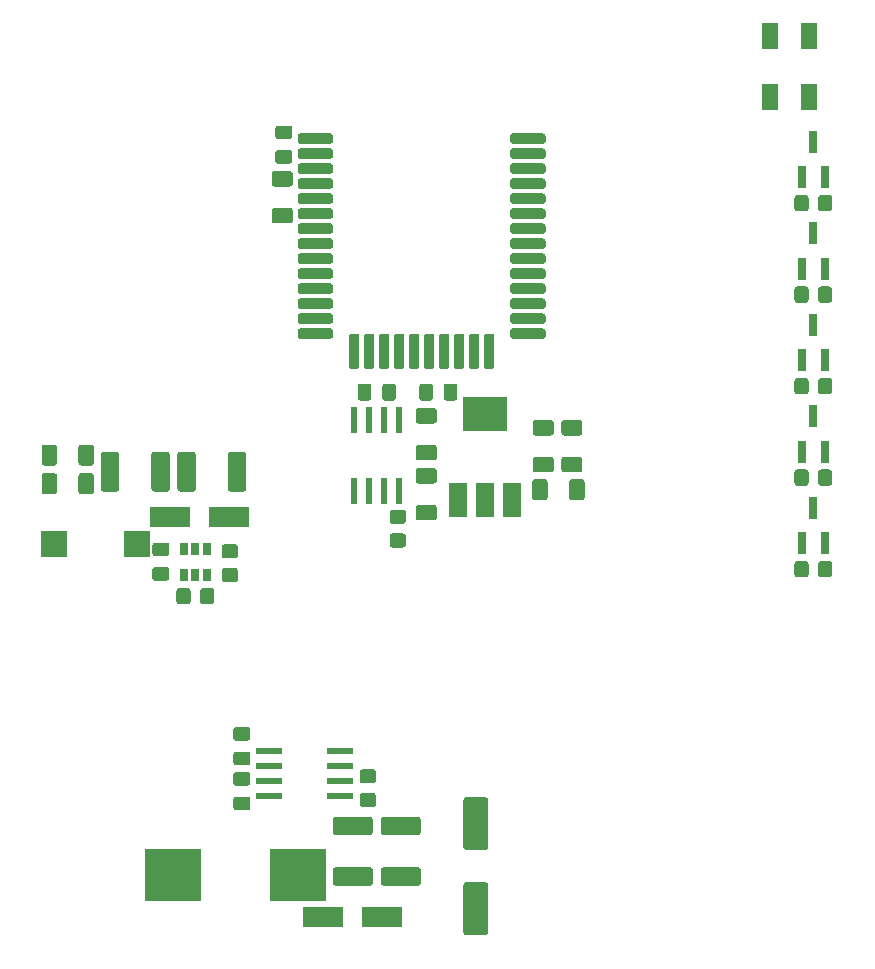
<source format=gbr>
%TF.GenerationSoftware,KiCad,Pcbnew,(5.1.8)-1*%
%TF.CreationDate,2021-03-17T21:52:08+01:00*%
%TF.ProjectId,sensactOutdoor,73656e73-6163-4744-9f75-74646f6f722e,rev?*%
%TF.SameCoordinates,Original*%
%TF.FileFunction,Paste,Top*%
%TF.FilePolarity,Positive*%
%FSLAX46Y46*%
G04 Gerber Fmt 4.6, Leading zero omitted, Abs format (unit mm)*
G04 Created by KiCad (PCBNEW (5.1.8)-1) date 2021-03-17 21:52:08*
%MOMM*%
%LPD*%
G01*
G04 APERTURE LIST*
%ADD10R,1.400000X2.200000*%
%ADD11R,4.800000X4.500000*%
%ADD12R,2.200000X0.600000*%
%ADD13R,0.800000X1.900000*%
%ADD14R,1.500000X3.000000*%
%ADD15R,3.800000X3.000000*%
%ADD16R,3.500000X1.800000*%
%ADD17R,0.600000X2.200000*%
%ADD18R,0.650000X1.060000*%
%ADD19R,2.200000X2.200000*%
G04 APERTURE END LIST*
D10*
%TO.C,D5*%
X87885000Y-24959000D03*
X91185000Y-24959000D03*
X91185000Y-30159000D03*
X87885000Y-30159000D03*
%TD*%
%TO.C,C21*%
G36*
G01*
X70877000Y-64023001D02*
X70877000Y-62722999D01*
G75*
G02*
X71126999Y-62473000I249999J0D01*
G01*
X71952001Y-62473000D01*
G75*
G02*
X72202000Y-62722999I0J-249999D01*
G01*
X72202000Y-64023001D01*
G75*
G02*
X71952001Y-64273000I-249999J0D01*
G01*
X71126999Y-64273000D01*
G75*
G02*
X70877000Y-64023001I0J249999D01*
G01*
G37*
G36*
G01*
X67752000Y-64023001D02*
X67752000Y-62722999D01*
G75*
G02*
X68001999Y-62473000I249999J0D01*
G01*
X68827001Y-62473000D01*
G75*
G02*
X69077000Y-62722999I0J-249999D01*
G01*
X69077000Y-64023001D01*
G75*
G02*
X68827001Y-64273000I-249999J0D01*
G01*
X68001999Y-64273000D01*
G75*
G02*
X67752000Y-64023001I0J249999D01*
G01*
G37*
%TD*%
%TO.C,C20*%
G36*
G01*
X69357001Y-58790000D02*
X68056999Y-58790000D01*
G75*
G02*
X67807000Y-58540001I0J249999D01*
G01*
X67807000Y-57714999D01*
G75*
G02*
X68056999Y-57465000I249999J0D01*
G01*
X69357001Y-57465000D01*
G75*
G02*
X69607000Y-57714999I0J-249999D01*
G01*
X69607000Y-58540001D01*
G75*
G02*
X69357001Y-58790000I-249999J0D01*
G01*
G37*
G36*
G01*
X69357001Y-61915000D02*
X68056999Y-61915000D01*
G75*
G02*
X67807000Y-61665001I0J249999D01*
G01*
X67807000Y-60839999D01*
G75*
G02*
X68056999Y-60590000I249999J0D01*
G01*
X69357001Y-60590000D01*
G75*
G02*
X69607000Y-60839999I0J-249999D01*
G01*
X69607000Y-61665001D01*
G75*
G02*
X69357001Y-61915000I-249999J0D01*
G01*
G37*
%TD*%
D11*
%TO.C,L2*%
X47972000Y-96012000D03*
X37372000Y-96012000D03*
%TD*%
D12*
%TO.C,U2*%
X45514000Y-89281000D03*
X45514000Y-88011000D03*
X45514000Y-86741000D03*
X45514000Y-85471000D03*
X51514000Y-85471000D03*
X51514000Y-86741000D03*
X51514000Y-88011000D03*
X51514000Y-89281000D03*
%TD*%
%TO.C,C18*%
G36*
G01*
X55060000Y-55593000D02*
X55060000Y-54643000D01*
G75*
G02*
X55310000Y-54393000I250000J0D01*
G01*
X55985000Y-54393000D01*
G75*
G02*
X56235000Y-54643000I0J-250000D01*
G01*
X56235000Y-55593000D01*
G75*
G02*
X55985000Y-55843000I-250000J0D01*
G01*
X55310000Y-55843000D01*
G75*
G02*
X55060000Y-55593000I0J250000D01*
G01*
G37*
G36*
G01*
X52985000Y-55593000D02*
X52985000Y-54643000D01*
G75*
G02*
X53235000Y-54393000I250000J0D01*
G01*
X53910000Y-54393000D01*
G75*
G02*
X54160000Y-54643000I0J-250000D01*
G01*
X54160000Y-55593000D01*
G75*
G02*
X53910000Y-55843000I-250000J0D01*
G01*
X53235000Y-55843000D01*
G75*
G02*
X52985000Y-55593000I0J250000D01*
G01*
G37*
%TD*%
%TO.C,U1*%
G36*
G01*
X68904000Y-33423000D02*
X68904000Y-33873000D01*
G75*
G02*
X68679000Y-34098000I-225000J0D01*
G01*
X66129000Y-34098000D01*
G75*
G02*
X65904000Y-33873000I0J225000D01*
G01*
X65904000Y-33423000D01*
G75*
G02*
X66129000Y-33198000I225000J0D01*
G01*
X68679000Y-33198000D01*
G75*
G02*
X68904000Y-33423000I0J-225000D01*
G01*
G37*
G36*
G01*
X68904000Y-34693000D02*
X68904000Y-35143000D01*
G75*
G02*
X68679000Y-35368000I-225000J0D01*
G01*
X66129000Y-35368000D01*
G75*
G02*
X65904000Y-35143000I0J225000D01*
G01*
X65904000Y-34693000D01*
G75*
G02*
X66129000Y-34468000I225000J0D01*
G01*
X68679000Y-34468000D01*
G75*
G02*
X68904000Y-34693000I0J-225000D01*
G01*
G37*
G36*
G01*
X68904000Y-35963000D02*
X68904000Y-36413000D01*
G75*
G02*
X68679000Y-36638000I-225000J0D01*
G01*
X66129000Y-36638000D01*
G75*
G02*
X65904000Y-36413000I0J225000D01*
G01*
X65904000Y-35963000D01*
G75*
G02*
X66129000Y-35738000I225000J0D01*
G01*
X68679000Y-35738000D01*
G75*
G02*
X68904000Y-35963000I0J-225000D01*
G01*
G37*
G36*
G01*
X68904000Y-37233000D02*
X68904000Y-37683000D01*
G75*
G02*
X68679000Y-37908000I-225000J0D01*
G01*
X66129000Y-37908000D01*
G75*
G02*
X65904000Y-37683000I0J225000D01*
G01*
X65904000Y-37233000D01*
G75*
G02*
X66129000Y-37008000I225000J0D01*
G01*
X68679000Y-37008000D01*
G75*
G02*
X68904000Y-37233000I0J-225000D01*
G01*
G37*
G36*
G01*
X68904000Y-38503000D02*
X68904000Y-38953000D01*
G75*
G02*
X68679000Y-39178000I-225000J0D01*
G01*
X66129000Y-39178000D01*
G75*
G02*
X65904000Y-38953000I0J225000D01*
G01*
X65904000Y-38503000D01*
G75*
G02*
X66129000Y-38278000I225000J0D01*
G01*
X68679000Y-38278000D01*
G75*
G02*
X68904000Y-38503000I0J-225000D01*
G01*
G37*
G36*
G01*
X68904000Y-39773000D02*
X68904000Y-40223000D01*
G75*
G02*
X68679000Y-40448000I-225000J0D01*
G01*
X66129000Y-40448000D01*
G75*
G02*
X65904000Y-40223000I0J225000D01*
G01*
X65904000Y-39773000D01*
G75*
G02*
X66129000Y-39548000I225000J0D01*
G01*
X68679000Y-39548000D01*
G75*
G02*
X68904000Y-39773000I0J-225000D01*
G01*
G37*
G36*
G01*
X68904000Y-41043000D02*
X68904000Y-41493000D01*
G75*
G02*
X68679000Y-41718000I-225000J0D01*
G01*
X66129000Y-41718000D01*
G75*
G02*
X65904000Y-41493000I0J225000D01*
G01*
X65904000Y-41043000D01*
G75*
G02*
X66129000Y-40818000I225000J0D01*
G01*
X68679000Y-40818000D01*
G75*
G02*
X68904000Y-41043000I0J-225000D01*
G01*
G37*
G36*
G01*
X68904000Y-42313000D02*
X68904000Y-42763000D01*
G75*
G02*
X68679000Y-42988000I-225000J0D01*
G01*
X66129000Y-42988000D01*
G75*
G02*
X65904000Y-42763000I0J225000D01*
G01*
X65904000Y-42313000D01*
G75*
G02*
X66129000Y-42088000I225000J0D01*
G01*
X68679000Y-42088000D01*
G75*
G02*
X68904000Y-42313000I0J-225000D01*
G01*
G37*
G36*
G01*
X68904000Y-43583000D02*
X68904000Y-44033000D01*
G75*
G02*
X68679000Y-44258000I-225000J0D01*
G01*
X66129000Y-44258000D01*
G75*
G02*
X65904000Y-44033000I0J225000D01*
G01*
X65904000Y-43583000D01*
G75*
G02*
X66129000Y-43358000I225000J0D01*
G01*
X68679000Y-43358000D01*
G75*
G02*
X68904000Y-43583000I0J-225000D01*
G01*
G37*
G36*
G01*
X68904000Y-44853000D02*
X68904000Y-45303000D01*
G75*
G02*
X68679000Y-45528000I-225000J0D01*
G01*
X66129000Y-45528000D01*
G75*
G02*
X65904000Y-45303000I0J225000D01*
G01*
X65904000Y-44853000D01*
G75*
G02*
X66129000Y-44628000I225000J0D01*
G01*
X68679000Y-44628000D01*
G75*
G02*
X68904000Y-44853000I0J-225000D01*
G01*
G37*
G36*
G01*
X68904000Y-46123000D02*
X68904000Y-46573000D01*
G75*
G02*
X68679000Y-46798000I-225000J0D01*
G01*
X66129000Y-46798000D01*
G75*
G02*
X65904000Y-46573000I0J225000D01*
G01*
X65904000Y-46123000D01*
G75*
G02*
X66129000Y-45898000I225000J0D01*
G01*
X68679000Y-45898000D01*
G75*
G02*
X68904000Y-46123000I0J-225000D01*
G01*
G37*
G36*
G01*
X68904000Y-47393000D02*
X68904000Y-47843000D01*
G75*
G02*
X68679000Y-48068000I-225000J0D01*
G01*
X66129000Y-48068000D01*
G75*
G02*
X65904000Y-47843000I0J225000D01*
G01*
X65904000Y-47393000D01*
G75*
G02*
X66129000Y-47168000I225000J0D01*
G01*
X68679000Y-47168000D01*
G75*
G02*
X68904000Y-47393000I0J-225000D01*
G01*
G37*
G36*
G01*
X68904000Y-48663000D02*
X68904000Y-49113000D01*
G75*
G02*
X68679000Y-49338000I-225000J0D01*
G01*
X66129000Y-49338000D01*
G75*
G02*
X65904000Y-49113000I0J225000D01*
G01*
X65904000Y-48663000D01*
G75*
G02*
X66129000Y-48438000I225000J0D01*
G01*
X68679000Y-48438000D01*
G75*
G02*
X68904000Y-48663000I0J-225000D01*
G01*
G37*
G36*
G01*
X68904000Y-49933000D02*
X68904000Y-50383000D01*
G75*
G02*
X68679000Y-50608000I-225000J0D01*
G01*
X66129000Y-50608000D01*
G75*
G02*
X65904000Y-50383000I0J225000D01*
G01*
X65904000Y-49933000D01*
G75*
G02*
X66129000Y-49708000I225000J0D01*
G01*
X68679000Y-49708000D01*
G75*
G02*
X68904000Y-49933000I0J-225000D01*
G01*
G37*
G36*
G01*
X64344000Y-53158000D02*
X63894000Y-53158000D01*
G75*
G02*
X63669000Y-52933000I0J225000D01*
G01*
X63669000Y-50383000D01*
G75*
G02*
X63894000Y-50158000I225000J0D01*
G01*
X64344000Y-50158000D01*
G75*
G02*
X64569000Y-50383000I0J-225000D01*
G01*
X64569000Y-52933000D01*
G75*
G02*
X64344000Y-53158000I-225000J0D01*
G01*
G37*
G36*
G01*
X63074000Y-53158000D02*
X62624000Y-53158000D01*
G75*
G02*
X62399000Y-52933000I0J225000D01*
G01*
X62399000Y-50383000D01*
G75*
G02*
X62624000Y-50158000I225000J0D01*
G01*
X63074000Y-50158000D01*
G75*
G02*
X63299000Y-50383000I0J-225000D01*
G01*
X63299000Y-52933000D01*
G75*
G02*
X63074000Y-53158000I-225000J0D01*
G01*
G37*
G36*
G01*
X61804000Y-53158000D02*
X61354000Y-53158000D01*
G75*
G02*
X61129000Y-52933000I0J225000D01*
G01*
X61129000Y-50383000D01*
G75*
G02*
X61354000Y-50158000I225000J0D01*
G01*
X61804000Y-50158000D01*
G75*
G02*
X62029000Y-50383000I0J-225000D01*
G01*
X62029000Y-52933000D01*
G75*
G02*
X61804000Y-53158000I-225000J0D01*
G01*
G37*
G36*
G01*
X60534000Y-53158000D02*
X60084000Y-53158000D01*
G75*
G02*
X59859000Y-52933000I0J225000D01*
G01*
X59859000Y-50383000D01*
G75*
G02*
X60084000Y-50158000I225000J0D01*
G01*
X60534000Y-50158000D01*
G75*
G02*
X60759000Y-50383000I0J-225000D01*
G01*
X60759000Y-52933000D01*
G75*
G02*
X60534000Y-53158000I-225000J0D01*
G01*
G37*
G36*
G01*
X59264000Y-53158000D02*
X58814000Y-53158000D01*
G75*
G02*
X58589000Y-52933000I0J225000D01*
G01*
X58589000Y-50383000D01*
G75*
G02*
X58814000Y-50158000I225000J0D01*
G01*
X59264000Y-50158000D01*
G75*
G02*
X59489000Y-50383000I0J-225000D01*
G01*
X59489000Y-52933000D01*
G75*
G02*
X59264000Y-53158000I-225000J0D01*
G01*
G37*
G36*
G01*
X57994000Y-53158000D02*
X57544000Y-53158000D01*
G75*
G02*
X57319000Y-52933000I0J225000D01*
G01*
X57319000Y-50383000D01*
G75*
G02*
X57544000Y-50158000I225000J0D01*
G01*
X57994000Y-50158000D01*
G75*
G02*
X58219000Y-50383000I0J-225000D01*
G01*
X58219000Y-52933000D01*
G75*
G02*
X57994000Y-53158000I-225000J0D01*
G01*
G37*
G36*
G01*
X56724000Y-53158000D02*
X56274000Y-53158000D01*
G75*
G02*
X56049000Y-52933000I0J225000D01*
G01*
X56049000Y-50383000D01*
G75*
G02*
X56274000Y-50158000I225000J0D01*
G01*
X56724000Y-50158000D01*
G75*
G02*
X56949000Y-50383000I0J-225000D01*
G01*
X56949000Y-52933000D01*
G75*
G02*
X56724000Y-53158000I-225000J0D01*
G01*
G37*
G36*
G01*
X55454000Y-53158000D02*
X55004000Y-53158000D01*
G75*
G02*
X54779000Y-52933000I0J225000D01*
G01*
X54779000Y-50383000D01*
G75*
G02*
X55004000Y-50158000I225000J0D01*
G01*
X55454000Y-50158000D01*
G75*
G02*
X55679000Y-50383000I0J-225000D01*
G01*
X55679000Y-52933000D01*
G75*
G02*
X55454000Y-53158000I-225000J0D01*
G01*
G37*
G36*
G01*
X54184000Y-53158000D02*
X53734000Y-53158000D01*
G75*
G02*
X53509000Y-52933000I0J225000D01*
G01*
X53509000Y-50383000D01*
G75*
G02*
X53734000Y-50158000I225000J0D01*
G01*
X54184000Y-50158000D01*
G75*
G02*
X54409000Y-50383000I0J-225000D01*
G01*
X54409000Y-52933000D01*
G75*
G02*
X54184000Y-53158000I-225000J0D01*
G01*
G37*
G36*
G01*
X52914000Y-53158000D02*
X52464000Y-53158000D01*
G75*
G02*
X52239000Y-52933000I0J225000D01*
G01*
X52239000Y-50383000D01*
G75*
G02*
X52464000Y-50158000I225000J0D01*
G01*
X52914000Y-50158000D01*
G75*
G02*
X53139000Y-50383000I0J-225000D01*
G01*
X53139000Y-52933000D01*
G75*
G02*
X52914000Y-53158000I-225000J0D01*
G01*
G37*
G36*
G01*
X47904000Y-50383000D02*
X47904000Y-49933000D01*
G75*
G02*
X48129000Y-49708000I225000J0D01*
G01*
X50679000Y-49708000D01*
G75*
G02*
X50904000Y-49933000I0J-225000D01*
G01*
X50904000Y-50383000D01*
G75*
G02*
X50679000Y-50608000I-225000J0D01*
G01*
X48129000Y-50608000D01*
G75*
G02*
X47904000Y-50383000I0J225000D01*
G01*
G37*
G36*
G01*
X47904000Y-49113000D02*
X47904000Y-48663000D01*
G75*
G02*
X48129000Y-48438000I225000J0D01*
G01*
X50679000Y-48438000D01*
G75*
G02*
X50904000Y-48663000I0J-225000D01*
G01*
X50904000Y-49113000D01*
G75*
G02*
X50679000Y-49338000I-225000J0D01*
G01*
X48129000Y-49338000D01*
G75*
G02*
X47904000Y-49113000I0J225000D01*
G01*
G37*
G36*
G01*
X47904000Y-47843000D02*
X47904000Y-47393000D01*
G75*
G02*
X48129000Y-47168000I225000J0D01*
G01*
X50679000Y-47168000D01*
G75*
G02*
X50904000Y-47393000I0J-225000D01*
G01*
X50904000Y-47843000D01*
G75*
G02*
X50679000Y-48068000I-225000J0D01*
G01*
X48129000Y-48068000D01*
G75*
G02*
X47904000Y-47843000I0J225000D01*
G01*
G37*
G36*
G01*
X47904000Y-46573000D02*
X47904000Y-46123000D01*
G75*
G02*
X48129000Y-45898000I225000J0D01*
G01*
X50679000Y-45898000D01*
G75*
G02*
X50904000Y-46123000I0J-225000D01*
G01*
X50904000Y-46573000D01*
G75*
G02*
X50679000Y-46798000I-225000J0D01*
G01*
X48129000Y-46798000D01*
G75*
G02*
X47904000Y-46573000I0J225000D01*
G01*
G37*
G36*
G01*
X47904000Y-45303000D02*
X47904000Y-44853000D01*
G75*
G02*
X48129000Y-44628000I225000J0D01*
G01*
X50679000Y-44628000D01*
G75*
G02*
X50904000Y-44853000I0J-225000D01*
G01*
X50904000Y-45303000D01*
G75*
G02*
X50679000Y-45528000I-225000J0D01*
G01*
X48129000Y-45528000D01*
G75*
G02*
X47904000Y-45303000I0J225000D01*
G01*
G37*
G36*
G01*
X47904000Y-44033000D02*
X47904000Y-43583000D01*
G75*
G02*
X48129000Y-43358000I225000J0D01*
G01*
X50679000Y-43358000D01*
G75*
G02*
X50904000Y-43583000I0J-225000D01*
G01*
X50904000Y-44033000D01*
G75*
G02*
X50679000Y-44258000I-225000J0D01*
G01*
X48129000Y-44258000D01*
G75*
G02*
X47904000Y-44033000I0J225000D01*
G01*
G37*
G36*
G01*
X47904000Y-42763000D02*
X47904000Y-42313000D01*
G75*
G02*
X48129000Y-42088000I225000J0D01*
G01*
X50679000Y-42088000D01*
G75*
G02*
X50904000Y-42313000I0J-225000D01*
G01*
X50904000Y-42763000D01*
G75*
G02*
X50679000Y-42988000I-225000J0D01*
G01*
X48129000Y-42988000D01*
G75*
G02*
X47904000Y-42763000I0J225000D01*
G01*
G37*
G36*
G01*
X47904000Y-41493000D02*
X47904000Y-41043000D01*
G75*
G02*
X48129000Y-40818000I225000J0D01*
G01*
X50679000Y-40818000D01*
G75*
G02*
X50904000Y-41043000I0J-225000D01*
G01*
X50904000Y-41493000D01*
G75*
G02*
X50679000Y-41718000I-225000J0D01*
G01*
X48129000Y-41718000D01*
G75*
G02*
X47904000Y-41493000I0J225000D01*
G01*
G37*
G36*
G01*
X47904000Y-40223000D02*
X47904000Y-39773000D01*
G75*
G02*
X48129000Y-39548000I225000J0D01*
G01*
X50679000Y-39548000D01*
G75*
G02*
X50904000Y-39773000I0J-225000D01*
G01*
X50904000Y-40223000D01*
G75*
G02*
X50679000Y-40448000I-225000J0D01*
G01*
X48129000Y-40448000D01*
G75*
G02*
X47904000Y-40223000I0J225000D01*
G01*
G37*
G36*
G01*
X47904000Y-38953000D02*
X47904000Y-38503000D01*
G75*
G02*
X48129000Y-38278000I225000J0D01*
G01*
X50679000Y-38278000D01*
G75*
G02*
X50904000Y-38503000I0J-225000D01*
G01*
X50904000Y-38953000D01*
G75*
G02*
X50679000Y-39178000I-225000J0D01*
G01*
X48129000Y-39178000D01*
G75*
G02*
X47904000Y-38953000I0J225000D01*
G01*
G37*
G36*
G01*
X47904000Y-37683000D02*
X47904000Y-37233000D01*
G75*
G02*
X48129000Y-37008000I225000J0D01*
G01*
X50679000Y-37008000D01*
G75*
G02*
X50904000Y-37233000I0J-225000D01*
G01*
X50904000Y-37683000D01*
G75*
G02*
X50679000Y-37908000I-225000J0D01*
G01*
X48129000Y-37908000D01*
G75*
G02*
X47904000Y-37683000I0J225000D01*
G01*
G37*
G36*
G01*
X47904000Y-36413000D02*
X47904000Y-35963000D01*
G75*
G02*
X48129000Y-35738000I225000J0D01*
G01*
X50679000Y-35738000D01*
G75*
G02*
X50904000Y-35963000I0J-225000D01*
G01*
X50904000Y-36413000D01*
G75*
G02*
X50679000Y-36638000I-225000J0D01*
G01*
X48129000Y-36638000D01*
G75*
G02*
X47904000Y-36413000I0J225000D01*
G01*
G37*
G36*
G01*
X47904000Y-35143000D02*
X47904000Y-34693000D01*
G75*
G02*
X48129000Y-34468000I225000J0D01*
G01*
X50679000Y-34468000D01*
G75*
G02*
X50904000Y-34693000I0J-225000D01*
G01*
X50904000Y-35143000D01*
G75*
G02*
X50679000Y-35368000I-225000J0D01*
G01*
X48129000Y-35368000D01*
G75*
G02*
X47904000Y-35143000I0J225000D01*
G01*
G37*
G36*
G01*
X47904000Y-33873000D02*
X47904000Y-33423000D01*
G75*
G02*
X48129000Y-33198000I225000J0D01*
G01*
X50679000Y-33198000D01*
G75*
G02*
X50904000Y-33423000I0J-225000D01*
G01*
X50904000Y-33873000D01*
G75*
G02*
X50679000Y-34098000I-225000J0D01*
G01*
X48129000Y-34098000D01*
G75*
G02*
X47904000Y-33873000I0J225000D01*
G01*
G37*
%TD*%
%TO.C,C17*%
G36*
G01*
X45958999Y-39508000D02*
X47259001Y-39508000D01*
G75*
G02*
X47509000Y-39757999I0J-249999D01*
G01*
X47509000Y-40583001D01*
G75*
G02*
X47259001Y-40833000I-249999J0D01*
G01*
X45958999Y-40833000D01*
G75*
G02*
X45709000Y-40583001I0J249999D01*
G01*
X45709000Y-39757999D01*
G75*
G02*
X45958999Y-39508000I249999J0D01*
G01*
G37*
G36*
G01*
X45958999Y-36383000D02*
X47259001Y-36383000D01*
G75*
G02*
X47509000Y-36632999I0J-249999D01*
G01*
X47509000Y-37458001D01*
G75*
G02*
X47259001Y-37708000I-249999J0D01*
G01*
X45958999Y-37708000D01*
G75*
G02*
X45709000Y-37458001I0J249999D01*
G01*
X45709000Y-36632999D01*
G75*
G02*
X45958999Y-36383000I249999J0D01*
G01*
G37*
%TD*%
%TO.C,C16*%
G36*
G01*
X47211000Y-33713000D02*
X46261000Y-33713000D01*
G75*
G02*
X46011000Y-33463000I0J250000D01*
G01*
X46011000Y-32788000D01*
G75*
G02*
X46261000Y-32538000I250000J0D01*
G01*
X47211000Y-32538000D01*
G75*
G02*
X47461000Y-32788000I0J-250000D01*
G01*
X47461000Y-33463000D01*
G75*
G02*
X47211000Y-33713000I-250000J0D01*
G01*
G37*
G36*
G01*
X47211000Y-35788000D02*
X46261000Y-35788000D01*
G75*
G02*
X46011000Y-35538000I0J250000D01*
G01*
X46011000Y-34863000D01*
G75*
G02*
X46261000Y-34613000I250000J0D01*
G01*
X47211000Y-34613000D01*
G75*
G02*
X47461000Y-34863000I0J-250000D01*
G01*
X47461000Y-35538000D01*
G75*
G02*
X47211000Y-35788000I-250000J0D01*
G01*
G37*
%TD*%
%TO.C,R24*%
G36*
G01*
X91967000Y-70554001D02*
X91967000Y-69653999D01*
G75*
G02*
X92216999Y-69404000I249999J0D01*
G01*
X92917001Y-69404000D01*
G75*
G02*
X93167000Y-69653999I0J-249999D01*
G01*
X93167000Y-70554001D01*
G75*
G02*
X92917001Y-70804000I-249999J0D01*
G01*
X92216999Y-70804000D01*
G75*
G02*
X91967000Y-70554001I0J249999D01*
G01*
G37*
G36*
G01*
X89967000Y-70554001D02*
X89967000Y-69653999D01*
G75*
G02*
X90216999Y-69404000I249999J0D01*
G01*
X90917001Y-69404000D01*
G75*
G02*
X91167000Y-69653999I0J-249999D01*
G01*
X91167000Y-70554001D01*
G75*
G02*
X90917001Y-70804000I-249999J0D01*
G01*
X90216999Y-70804000D01*
G75*
G02*
X89967000Y-70554001I0J249999D01*
G01*
G37*
%TD*%
%TO.C,R23*%
G36*
G01*
X91967000Y-62807001D02*
X91967000Y-61906999D01*
G75*
G02*
X92216999Y-61657000I249999J0D01*
G01*
X92917001Y-61657000D01*
G75*
G02*
X93167000Y-61906999I0J-249999D01*
G01*
X93167000Y-62807001D01*
G75*
G02*
X92917001Y-63057000I-249999J0D01*
G01*
X92216999Y-63057000D01*
G75*
G02*
X91967000Y-62807001I0J249999D01*
G01*
G37*
G36*
G01*
X89967000Y-62807001D02*
X89967000Y-61906999D01*
G75*
G02*
X90216999Y-61657000I249999J0D01*
G01*
X90917001Y-61657000D01*
G75*
G02*
X91167000Y-61906999I0J-249999D01*
G01*
X91167000Y-62807001D01*
G75*
G02*
X90917001Y-63057000I-249999J0D01*
G01*
X90216999Y-63057000D01*
G75*
G02*
X89967000Y-62807001I0J249999D01*
G01*
G37*
%TD*%
D13*
%TO.C,Q11*%
X91567000Y-64921000D03*
X92517000Y-67921000D03*
X90617000Y-67921000D03*
%TD*%
%TO.C,Q10*%
X91567000Y-57174000D03*
X92517000Y-60174000D03*
X90617000Y-60174000D03*
%TD*%
D14*
%TO.C,U5*%
X61454000Y-64229000D03*
X66054000Y-64229000D03*
X63754000Y-64229000D03*
D15*
X63754000Y-56929000D03*
%TD*%
%TO.C,R10*%
G36*
G01*
X55937999Y-67075000D02*
X56838001Y-67075000D01*
G75*
G02*
X57088000Y-67324999I0J-249999D01*
G01*
X57088000Y-68025001D01*
G75*
G02*
X56838001Y-68275000I-249999J0D01*
G01*
X55937999Y-68275000D01*
G75*
G02*
X55688000Y-68025001I0J249999D01*
G01*
X55688000Y-67324999D01*
G75*
G02*
X55937999Y-67075000I249999J0D01*
G01*
G37*
G36*
G01*
X55937999Y-65075000D02*
X56838001Y-65075000D01*
G75*
G02*
X57088000Y-65324999I0J-249999D01*
G01*
X57088000Y-66025001D01*
G75*
G02*
X56838001Y-66275000I-249999J0D01*
G01*
X55937999Y-66275000D01*
G75*
G02*
X55688000Y-66025001I0J249999D01*
G01*
X55688000Y-65324999D01*
G75*
G02*
X55937999Y-65075000I249999J0D01*
G01*
G37*
%TD*%
%TO.C,R8*%
G36*
G01*
X91967000Y-55060001D02*
X91967000Y-54159999D01*
G75*
G02*
X92216999Y-53910000I249999J0D01*
G01*
X92917001Y-53910000D01*
G75*
G02*
X93167000Y-54159999I0J-249999D01*
G01*
X93167000Y-55060001D01*
G75*
G02*
X92917001Y-55310000I-249999J0D01*
G01*
X92216999Y-55310000D01*
G75*
G02*
X91967000Y-55060001I0J249999D01*
G01*
G37*
G36*
G01*
X89967000Y-55060001D02*
X89967000Y-54159999D01*
G75*
G02*
X90216999Y-53910000I249999J0D01*
G01*
X90917001Y-53910000D01*
G75*
G02*
X91167000Y-54159999I0J-249999D01*
G01*
X91167000Y-55060001D01*
G75*
G02*
X90917001Y-55310000I-249999J0D01*
G01*
X90216999Y-55310000D01*
G75*
G02*
X89967000Y-55060001I0J249999D01*
G01*
G37*
%TD*%
%TO.C,R7*%
G36*
G01*
X91967000Y-47313001D02*
X91967000Y-46412999D01*
G75*
G02*
X92216999Y-46163000I249999J0D01*
G01*
X92917001Y-46163000D01*
G75*
G02*
X93167000Y-46412999I0J-249999D01*
G01*
X93167000Y-47313001D01*
G75*
G02*
X92917001Y-47563000I-249999J0D01*
G01*
X92216999Y-47563000D01*
G75*
G02*
X91967000Y-47313001I0J249999D01*
G01*
G37*
G36*
G01*
X89967000Y-47313001D02*
X89967000Y-46412999D01*
G75*
G02*
X90216999Y-46163000I249999J0D01*
G01*
X90917001Y-46163000D01*
G75*
G02*
X91167000Y-46412999I0J-249999D01*
G01*
X91167000Y-47313001D01*
G75*
G02*
X90917001Y-47563000I-249999J0D01*
G01*
X90216999Y-47563000D01*
G75*
G02*
X89967000Y-47313001I0J249999D01*
G01*
G37*
%TD*%
%TO.C,R6*%
G36*
G01*
X91967000Y-39566001D02*
X91967000Y-38665999D01*
G75*
G02*
X92216999Y-38416000I249999J0D01*
G01*
X92917001Y-38416000D01*
G75*
G02*
X93167000Y-38665999I0J-249999D01*
G01*
X93167000Y-39566001D01*
G75*
G02*
X92917001Y-39816000I-249999J0D01*
G01*
X92216999Y-39816000D01*
G75*
G02*
X91967000Y-39566001I0J249999D01*
G01*
G37*
G36*
G01*
X89967000Y-39566001D02*
X89967000Y-38665999D01*
G75*
G02*
X90216999Y-38416000I249999J0D01*
G01*
X90917001Y-38416000D01*
G75*
G02*
X91167000Y-38665999I0J-249999D01*
G01*
X91167000Y-39566001D01*
G75*
G02*
X90917001Y-39816000I-249999J0D01*
G01*
X90216999Y-39816000D01*
G75*
G02*
X89967000Y-39566001I0J249999D01*
G01*
G37*
%TD*%
D13*
%TO.C,Q9*%
X91567000Y-49427000D03*
X92517000Y-52427000D03*
X90617000Y-52427000D03*
%TD*%
%TO.C,Q8*%
X91567000Y-41680000D03*
X92517000Y-44680000D03*
X90617000Y-44680000D03*
%TD*%
%TO.C,Q7*%
X91567000Y-33909000D03*
X92517000Y-36909000D03*
X90617000Y-36909000D03*
%TD*%
%TO.C,C19*%
G36*
G01*
X58150999Y-64654000D02*
X59451001Y-64654000D01*
G75*
G02*
X59701000Y-64903999I0J-249999D01*
G01*
X59701000Y-65729001D01*
G75*
G02*
X59451001Y-65979000I-249999J0D01*
G01*
X58150999Y-65979000D01*
G75*
G02*
X57901000Y-65729001I0J249999D01*
G01*
X57901000Y-64903999D01*
G75*
G02*
X58150999Y-64654000I249999J0D01*
G01*
G37*
G36*
G01*
X58150999Y-61529000D02*
X59451001Y-61529000D01*
G75*
G02*
X59701000Y-61778999I0J-249999D01*
G01*
X59701000Y-62604001D01*
G75*
G02*
X59451001Y-62854000I-249999J0D01*
G01*
X58150999Y-62854000D01*
G75*
G02*
X57901000Y-62604001I0J249999D01*
G01*
X57901000Y-61778999D01*
G75*
G02*
X58150999Y-61529000I249999J0D01*
G01*
G37*
%TD*%
%TO.C,C14*%
G36*
G01*
X58150999Y-59574000D02*
X59451001Y-59574000D01*
G75*
G02*
X59701000Y-59823999I0J-249999D01*
G01*
X59701000Y-60649001D01*
G75*
G02*
X59451001Y-60899000I-249999J0D01*
G01*
X58150999Y-60899000D01*
G75*
G02*
X57901000Y-60649001I0J249999D01*
G01*
X57901000Y-59823999D01*
G75*
G02*
X58150999Y-59574000I249999J0D01*
G01*
G37*
G36*
G01*
X58150999Y-56449000D02*
X59451001Y-56449000D01*
G75*
G02*
X59701000Y-56698999I0J-249999D01*
G01*
X59701000Y-57524001D01*
G75*
G02*
X59451001Y-57774000I-249999J0D01*
G01*
X58150999Y-57774000D01*
G75*
G02*
X57901000Y-57524001I0J249999D01*
G01*
X57901000Y-56698999D01*
G75*
G02*
X58150999Y-56449000I249999J0D01*
G01*
G37*
%TD*%
%TO.C,C13*%
G36*
G01*
X59367000Y-54643000D02*
X59367000Y-55593000D01*
G75*
G02*
X59117000Y-55843000I-250000J0D01*
G01*
X58442000Y-55843000D01*
G75*
G02*
X58192000Y-55593000I0J250000D01*
G01*
X58192000Y-54643000D01*
G75*
G02*
X58442000Y-54393000I250000J0D01*
G01*
X59117000Y-54393000D01*
G75*
G02*
X59367000Y-54643000I0J-250000D01*
G01*
G37*
G36*
G01*
X61442000Y-54643000D02*
X61442000Y-55593000D01*
G75*
G02*
X61192000Y-55843000I-250000J0D01*
G01*
X60517000Y-55843000D01*
G75*
G02*
X60267000Y-55593000I0J250000D01*
G01*
X60267000Y-54643000D01*
G75*
G02*
X60517000Y-54393000I250000J0D01*
G01*
X61192000Y-54393000D01*
G75*
G02*
X61442000Y-54643000I0J-250000D01*
G01*
G37*
%TD*%
%TO.C,C12*%
G36*
G01*
X71770001Y-58790000D02*
X70469999Y-58790000D01*
G75*
G02*
X70220000Y-58540001I0J249999D01*
G01*
X70220000Y-57714999D01*
G75*
G02*
X70469999Y-57465000I249999J0D01*
G01*
X71770001Y-57465000D01*
G75*
G02*
X72020000Y-57714999I0J-249999D01*
G01*
X72020000Y-58540001D01*
G75*
G02*
X71770001Y-58790000I-249999J0D01*
G01*
G37*
G36*
G01*
X71770001Y-61915000D02*
X70469999Y-61915000D01*
G75*
G02*
X70220000Y-61665001I0J249999D01*
G01*
X70220000Y-60839999D01*
G75*
G02*
X70469999Y-60590000I249999J0D01*
G01*
X71770001Y-60590000D01*
G75*
G02*
X72020000Y-60839999I0J-249999D01*
G01*
X72020000Y-61665001D01*
G75*
G02*
X71770001Y-61915000I-249999J0D01*
G01*
G37*
%TD*%
%TO.C,C6*%
G36*
G01*
X42705000Y-85540000D02*
X43655000Y-85540000D01*
G75*
G02*
X43905000Y-85790000I0J-250000D01*
G01*
X43905000Y-86465000D01*
G75*
G02*
X43655000Y-86715000I-250000J0D01*
G01*
X42705000Y-86715000D01*
G75*
G02*
X42455000Y-86465000I0J250000D01*
G01*
X42455000Y-85790000D01*
G75*
G02*
X42705000Y-85540000I250000J0D01*
G01*
G37*
G36*
G01*
X42705000Y-83465000D02*
X43655000Y-83465000D01*
G75*
G02*
X43905000Y-83715000I0J-250000D01*
G01*
X43905000Y-84390000D01*
G75*
G02*
X43655000Y-84640000I-250000J0D01*
G01*
X42705000Y-84640000D01*
G75*
G02*
X42455000Y-84390000I0J250000D01*
G01*
X42455000Y-83715000D01*
G75*
G02*
X42705000Y-83465000I250000J0D01*
G01*
G37*
%TD*%
D16*
%TO.C,D1*%
X42124000Y-65659000D03*
X37124000Y-65659000D03*
%TD*%
D17*
%TO.C,U4*%
X56515000Y-63452000D03*
X55245000Y-63452000D03*
X53975000Y-63452000D03*
X52705000Y-63452000D03*
X52705000Y-57452000D03*
X53975000Y-57452000D03*
X55245000Y-57452000D03*
X56515000Y-57452000D03*
%TD*%
D18*
%TO.C,U3*%
X39243000Y-68369000D03*
X38293000Y-68369000D03*
X40193000Y-68369000D03*
X40193000Y-70569000D03*
X39243000Y-70569000D03*
X38293000Y-70569000D03*
%TD*%
%TO.C,R4*%
G36*
G01*
X42614001Y-69196000D02*
X41713999Y-69196000D01*
G75*
G02*
X41464000Y-68946001I0J249999D01*
G01*
X41464000Y-68245999D01*
G75*
G02*
X41713999Y-67996000I249999J0D01*
G01*
X42614001Y-67996000D01*
G75*
G02*
X42864000Y-68245999I0J-249999D01*
G01*
X42864000Y-68946001D01*
G75*
G02*
X42614001Y-69196000I-249999J0D01*
G01*
G37*
G36*
G01*
X42614001Y-71196000D02*
X41713999Y-71196000D01*
G75*
G02*
X41464000Y-70946001I0J249999D01*
G01*
X41464000Y-70245999D01*
G75*
G02*
X41713999Y-69996000I249999J0D01*
G01*
X42614001Y-69996000D01*
G75*
G02*
X42864000Y-70245999I0J-249999D01*
G01*
X42864000Y-70946001D01*
G75*
G02*
X42614001Y-71196000I-249999J0D01*
G01*
G37*
%TD*%
%TO.C,R3*%
G36*
G01*
X39643000Y-72840001D02*
X39643000Y-71939999D01*
G75*
G02*
X39892999Y-71690000I249999J0D01*
G01*
X40593001Y-71690000D01*
G75*
G02*
X40843000Y-71939999I0J-249999D01*
G01*
X40843000Y-72840001D01*
G75*
G02*
X40593001Y-73090000I-249999J0D01*
G01*
X39892999Y-73090000D01*
G75*
G02*
X39643000Y-72840001I0J249999D01*
G01*
G37*
G36*
G01*
X37643000Y-72840001D02*
X37643000Y-71939999D01*
G75*
G02*
X37892999Y-71690000I249999J0D01*
G01*
X38593001Y-71690000D01*
G75*
G02*
X38843000Y-71939999I0J-249999D01*
G01*
X38843000Y-72840001D01*
G75*
G02*
X38593001Y-73090000I-249999J0D01*
G01*
X37892999Y-73090000D01*
G75*
G02*
X37643000Y-72840001I0J249999D01*
G01*
G37*
%TD*%
%TO.C,R1*%
G36*
G01*
X53397999Y-89046000D02*
X54298001Y-89046000D01*
G75*
G02*
X54548000Y-89295999I0J-249999D01*
G01*
X54548000Y-89996001D01*
G75*
G02*
X54298001Y-90246000I-249999J0D01*
G01*
X53397999Y-90246000D01*
G75*
G02*
X53148000Y-89996001I0J249999D01*
G01*
X53148000Y-89295999D01*
G75*
G02*
X53397999Y-89046000I249999J0D01*
G01*
G37*
G36*
G01*
X53397999Y-87046000D02*
X54298001Y-87046000D01*
G75*
G02*
X54548000Y-87295999I0J-249999D01*
G01*
X54548000Y-87996001D01*
G75*
G02*
X54298001Y-88246000I-249999J0D01*
G01*
X53397999Y-88246000D01*
G75*
G02*
X53148000Y-87996001I0J249999D01*
G01*
X53148000Y-87295999D01*
G75*
G02*
X53397999Y-87046000I249999J0D01*
G01*
G37*
%TD*%
D19*
%TO.C,L1*%
X34273000Y-67945000D03*
X27273000Y-67945000D03*
%TD*%
D16*
%TO.C,D2*%
X55078000Y-99568000D03*
X50078000Y-99568000D03*
%TD*%
%TO.C,C11*%
G36*
G01*
X29348000Y-63515001D02*
X29348000Y-62214999D01*
G75*
G02*
X29597999Y-61965000I249999J0D01*
G01*
X30423001Y-61965000D01*
G75*
G02*
X30673000Y-62214999I0J-249999D01*
G01*
X30673000Y-63515001D01*
G75*
G02*
X30423001Y-63765000I-249999J0D01*
G01*
X29597999Y-63765000D01*
G75*
G02*
X29348000Y-63515001I0J249999D01*
G01*
G37*
G36*
G01*
X26223000Y-63515001D02*
X26223000Y-62214999D01*
G75*
G02*
X26472999Y-61965000I249999J0D01*
G01*
X27298001Y-61965000D01*
G75*
G02*
X27548000Y-62214999I0J-249999D01*
G01*
X27548000Y-63515001D01*
G75*
G02*
X27298001Y-63765000I-249999J0D01*
G01*
X26472999Y-63765000D01*
G75*
G02*
X26223000Y-63515001I0J249999D01*
G01*
G37*
%TD*%
%TO.C,C9*%
G36*
G01*
X29348000Y-61102001D02*
X29348000Y-59801999D01*
G75*
G02*
X29597999Y-59552000I249999J0D01*
G01*
X30423001Y-59552000D01*
G75*
G02*
X30673000Y-59801999I0J-249999D01*
G01*
X30673000Y-61102001D01*
G75*
G02*
X30423001Y-61352000I-249999J0D01*
G01*
X29597999Y-61352000D01*
G75*
G02*
X29348000Y-61102001I0J249999D01*
G01*
G37*
G36*
G01*
X26223000Y-61102001D02*
X26223000Y-59801999D01*
G75*
G02*
X26472999Y-59552000I249999J0D01*
G01*
X27298001Y-59552000D01*
G75*
G02*
X27548000Y-59801999I0J-249999D01*
G01*
X27548000Y-61102001D01*
G75*
G02*
X27298001Y-61352000I-249999J0D01*
G01*
X26472999Y-61352000D01*
G75*
G02*
X26223000Y-61102001I0J249999D01*
G01*
G37*
%TD*%
%TO.C,C8*%
G36*
G01*
X43655000Y-88450000D02*
X42705000Y-88450000D01*
G75*
G02*
X42455000Y-88200000I0J250000D01*
G01*
X42455000Y-87525000D01*
G75*
G02*
X42705000Y-87275000I250000J0D01*
G01*
X43655000Y-87275000D01*
G75*
G02*
X43905000Y-87525000I0J-250000D01*
G01*
X43905000Y-88200000D01*
G75*
G02*
X43655000Y-88450000I-250000J0D01*
G01*
G37*
G36*
G01*
X43655000Y-90525000D02*
X42705000Y-90525000D01*
G75*
G02*
X42455000Y-90275000I0J250000D01*
G01*
X42455000Y-89600000D01*
G75*
G02*
X42705000Y-89350000I250000J0D01*
G01*
X43655000Y-89350000D01*
G75*
G02*
X43905000Y-89600000I0J-250000D01*
G01*
X43905000Y-90275000D01*
G75*
G02*
X43655000Y-90525000I-250000J0D01*
G01*
G37*
%TD*%
%TO.C,C7*%
G36*
G01*
X36797000Y-69019000D02*
X35847000Y-69019000D01*
G75*
G02*
X35597000Y-68769000I0J250000D01*
G01*
X35597000Y-68094000D01*
G75*
G02*
X35847000Y-67844000I250000J0D01*
G01*
X36797000Y-67844000D01*
G75*
G02*
X37047000Y-68094000I0J-250000D01*
G01*
X37047000Y-68769000D01*
G75*
G02*
X36797000Y-69019000I-250000J0D01*
G01*
G37*
G36*
G01*
X36797000Y-71094000D02*
X35847000Y-71094000D01*
G75*
G02*
X35597000Y-70844000I0J250000D01*
G01*
X35597000Y-70169000D01*
G75*
G02*
X35847000Y-69919000I250000J0D01*
G01*
X36797000Y-69919000D01*
G75*
G02*
X37047000Y-70169000I0J-250000D01*
G01*
X37047000Y-70844000D01*
G75*
G02*
X36797000Y-71094000I-250000J0D01*
G01*
G37*
%TD*%
%TO.C,C5*%
G36*
G01*
X32813000Y-60398999D02*
X32813000Y-63299001D01*
G75*
G02*
X32563001Y-63549000I-249999J0D01*
G01*
X31487999Y-63549000D01*
G75*
G02*
X31238000Y-63299001I0J249999D01*
G01*
X31238000Y-60398999D01*
G75*
G02*
X31487999Y-60149000I249999J0D01*
G01*
X32563001Y-60149000D01*
G75*
G02*
X32813000Y-60398999I0J-249999D01*
G01*
G37*
G36*
G01*
X37088000Y-60398999D02*
X37088000Y-63299001D01*
G75*
G02*
X36838001Y-63549000I-249999J0D01*
G01*
X35762999Y-63549000D01*
G75*
G02*
X35513000Y-63299001I0J249999D01*
G01*
X35513000Y-60398999D01*
G75*
G02*
X35762999Y-60149000I249999J0D01*
G01*
X36838001Y-60149000D01*
G75*
G02*
X37088000Y-60398999I0J-249999D01*
G01*
G37*
%TD*%
%TO.C,C4*%
G36*
G01*
X51127999Y-95330000D02*
X54028001Y-95330000D01*
G75*
G02*
X54278000Y-95579999I0J-249999D01*
G01*
X54278000Y-96655001D01*
G75*
G02*
X54028001Y-96905000I-249999J0D01*
G01*
X51127999Y-96905000D01*
G75*
G02*
X50878000Y-96655001I0J249999D01*
G01*
X50878000Y-95579999D01*
G75*
G02*
X51127999Y-95330000I249999J0D01*
G01*
G37*
G36*
G01*
X51127999Y-91055000D02*
X54028001Y-91055000D01*
G75*
G02*
X54278000Y-91304999I0J-249999D01*
G01*
X54278000Y-92380001D01*
G75*
G02*
X54028001Y-92630000I-249999J0D01*
G01*
X51127999Y-92630000D01*
G75*
G02*
X50878000Y-92380001I0J249999D01*
G01*
X50878000Y-91304999D01*
G75*
G02*
X51127999Y-91055000I249999J0D01*
G01*
G37*
%TD*%
%TO.C,C3*%
G36*
G01*
X41990000Y-63299001D02*
X41990000Y-60398999D01*
G75*
G02*
X42239999Y-60149000I249999J0D01*
G01*
X43315001Y-60149000D01*
G75*
G02*
X43565000Y-60398999I0J-249999D01*
G01*
X43565000Y-63299001D01*
G75*
G02*
X43315001Y-63549000I-249999J0D01*
G01*
X42239999Y-63549000D01*
G75*
G02*
X41990000Y-63299001I0J249999D01*
G01*
G37*
G36*
G01*
X37715000Y-63299001D02*
X37715000Y-60398999D01*
G75*
G02*
X37964999Y-60149000I249999J0D01*
G01*
X39040001Y-60149000D01*
G75*
G02*
X39290000Y-60398999I0J-249999D01*
G01*
X39290000Y-63299001D01*
G75*
G02*
X39040001Y-63549000I-249999J0D01*
G01*
X37964999Y-63549000D01*
G75*
G02*
X37715000Y-63299001I0J249999D01*
G01*
G37*
%TD*%
%TO.C,C2*%
G36*
G01*
X55191999Y-95330000D02*
X58092001Y-95330000D01*
G75*
G02*
X58342000Y-95579999I0J-249999D01*
G01*
X58342000Y-96655001D01*
G75*
G02*
X58092001Y-96905000I-249999J0D01*
G01*
X55191999Y-96905000D01*
G75*
G02*
X54942000Y-96655001I0J249999D01*
G01*
X54942000Y-95579999D01*
G75*
G02*
X55191999Y-95330000I249999J0D01*
G01*
G37*
G36*
G01*
X55191999Y-91055000D02*
X58092001Y-91055000D01*
G75*
G02*
X58342000Y-91304999I0J-249999D01*
G01*
X58342000Y-92380001D01*
G75*
G02*
X58092001Y-92630000I-249999J0D01*
G01*
X55191999Y-92630000D01*
G75*
G02*
X54942000Y-92380001I0J249999D01*
G01*
X54942000Y-91304999D01*
G75*
G02*
X55191999Y-91055000I249999J0D01*
G01*
G37*
%TD*%
%TO.C,C1*%
G36*
G01*
X62192000Y-96600000D02*
X63792000Y-96600000D01*
G75*
G02*
X64042000Y-96850000I0J-250000D01*
G01*
X64042000Y-100850000D01*
G75*
G02*
X63792000Y-101100000I-250000J0D01*
G01*
X62192000Y-101100000D01*
G75*
G02*
X61942000Y-100850000I0J250000D01*
G01*
X61942000Y-96850000D01*
G75*
G02*
X62192000Y-96600000I250000J0D01*
G01*
G37*
G36*
G01*
X62192000Y-89400000D02*
X63792000Y-89400000D01*
G75*
G02*
X64042000Y-89650000I0J-250000D01*
G01*
X64042000Y-93650000D01*
G75*
G02*
X63792000Y-93900000I-250000J0D01*
G01*
X62192000Y-93900000D01*
G75*
G02*
X61942000Y-93650000I0J250000D01*
G01*
X61942000Y-89650000D01*
G75*
G02*
X62192000Y-89400000I250000J0D01*
G01*
G37*
%TD*%
M02*

</source>
